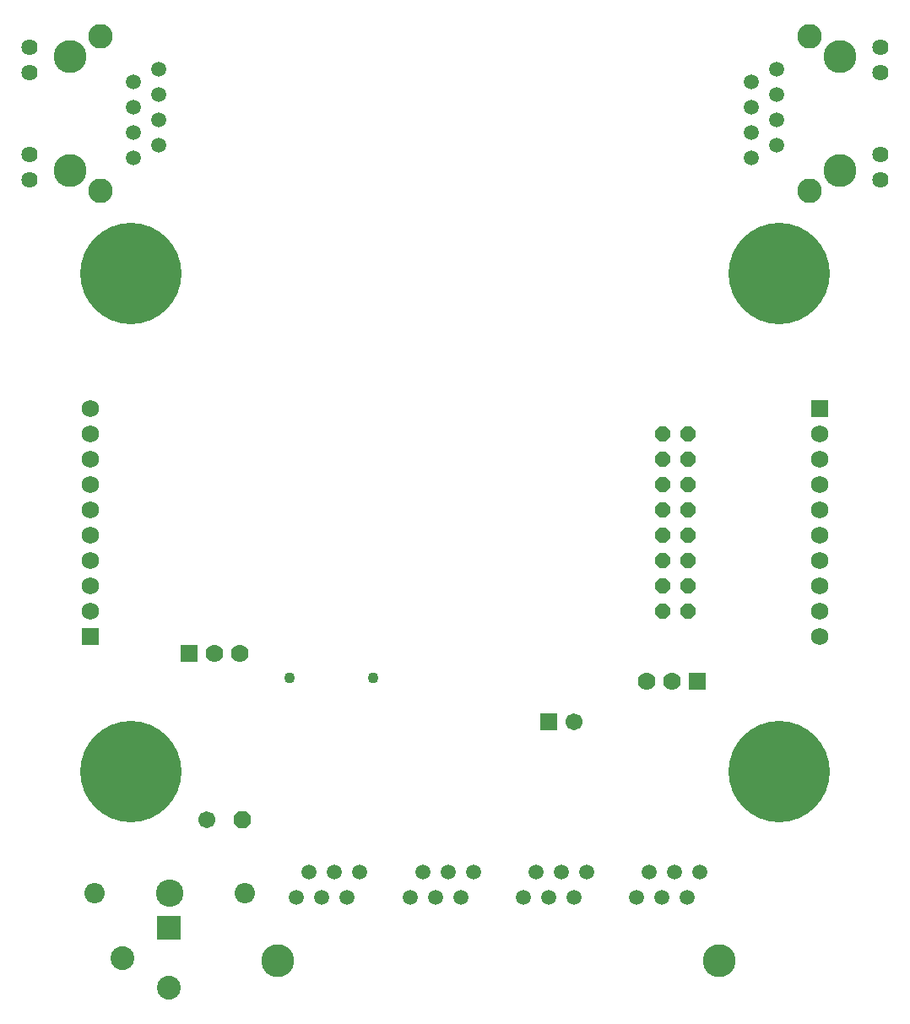
<source format=gbs>
G75*
%MOIN*%
%OFA0B0*%
%FSLAX24Y24*%
%IPPOS*%
%LPD*%
%AMOC8*
5,1,8,0,0,1.08239X$1,22.5*
%
%ADD10C,0.1300*%
%ADD11C,0.0970*%
%ADD12C,0.0640*%
%ADD13C,0.0590*%
%ADD14R,0.0700X0.0700*%
%ADD15C,0.0700*%
%ADD16C,0.0434*%
%ADD17C,0.4000*%
%ADD18R,0.0685X0.0685*%
%ADD19C,0.0685*%
%ADD20R,0.0940X0.0940*%
%ADD21C,0.0940*%
%ADD22OC8,0.0670*%
%ADD23C,0.0670*%
%ADD24OC8,0.0600*%
%ADD25C,0.1080*%
%ADD26C,0.0805*%
%ADD27R,0.0670X0.0670*%
D10*
X012620Y004600D03*
X030060Y004600D03*
X034840Y035800D03*
X034840Y040300D03*
X004440Y040300D03*
X004440Y035800D03*
D11*
X005640Y035000D03*
X005640Y041100D03*
X033640Y041100D03*
X033640Y035000D03*
D12*
X036440Y035440D03*
X036440Y036440D03*
X036440Y039660D03*
X036440Y040660D03*
X002840Y040660D03*
X002840Y039660D03*
X002840Y036440D03*
X002840Y035440D03*
D13*
X006940Y036300D03*
X006940Y037300D03*
X006940Y038300D03*
X006940Y039300D03*
X007940Y038800D03*
X007940Y037800D03*
X007940Y036800D03*
X007940Y039800D03*
X031340Y039300D03*
X031340Y038300D03*
X031340Y037300D03*
X031340Y036300D03*
X032340Y036800D03*
X032340Y037800D03*
X032340Y038800D03*
X032340Y039800D03*
X029310Y008100D03*
X028310Y008100D03*
X027810Y007100D03*
X026810Y007100D03*
X027310Y008100D03*
X028810Y007100D03*
X024830Y008100D03*
X023830Y008100D03*
X023330Y007100D03*
X024330Y007100D03*
X022830Y008100D03*
X022330Y007100D03*
X020350Y008100D03*
X019350Y008100D03*
X018850Y007100D03*
X019850Y007100D03*
X018350Y008100D03*
X017850Y007100D03*
X015870Y008100D03*
X014870Y008100D03*
X014370Y007100D03*
X015370Y007100D03*
X013870Y008100D03*
X013370Y007100D03*
D14*
X009140Y016720D03*
X029200Y015640D03*
D15*
X028200Y015640D03*
X027200Y015640D03*
X011140Y016720D03*
X010140Y016720D03*
D16*
X013094Y015748D03*
X016386Y015748D03*
D17*
X006845Y012057D03*
X006845Y031743D03*
X032435Y031743D03*
X032435Y012057D03*
D18*
X034040Y026400D03*
X005240Y017400D03*
D19*
X005240Y018400D03*
X005240Y019400D03*
X005240Y020400D03*
X005240Y021400D03*
X005240Y022400D03*
X005240Y023400D03*
X005240Y024400D03*
X005240Y025400D03*
X005240Y026400D03*
X034040Y025400D03*
X034040Y024400D03*
X034040Y023400D03*
X034040Y022400D03*
X034040Y021400D03*
X034040Y020400D03*
X034040Y019400D03*
X034040Y018400D03*
X034040Y017400D03*
D20*
X008340Y005890D03*
D21*
X006490Y004710D03*
X008340Y003530D03*
D22*
X011240Y010160D03*
D23*
X009840Y010160D03*
X024340Y014040D03*
D24*
X027840Y018400D03*
X027840Y019400D03*
X027840Y020400D03*
X027840Y021400D03*
X027840Y022400D03*
X028840Y022400D03*
X028840Y021400D03*
X028840Y020400D03*
X028840Y019400D03*
X028840Y018400D03*
X028840Y023400D03*
X028840Y024400D03*
X028840Y025400D03*
X027840Y025400D03*
X027840Y024400D03*
X027840Y023400D03*
D25*
X008360Y007260D03*
D26*
X005390Y007260D03*
X011330Y007260D03*
D27*
X023340Y014040D03*
M02*

</source>
